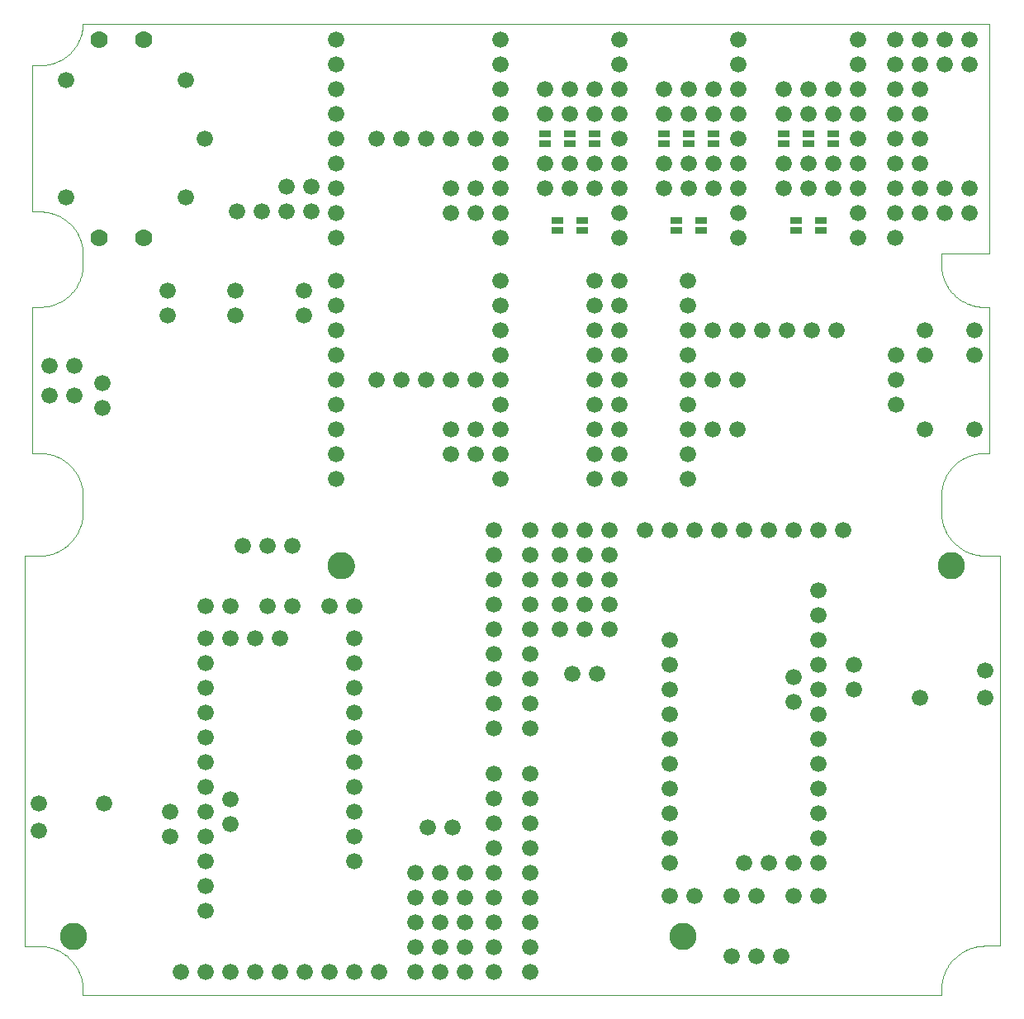
<source format=gbs>
G75*
%MOIN*%
%OFA0B0*%
%FSLAX25Y25*%
%IPPOS*%
%LPD*%
%AMOC8*
5,1,8,0,0,1.08239X$1,22.5*
%
%ADD10C,0.00000*%
%ADD11C,0.10236*%
%ADD12C,0.11024*%
%ADD13C,0.06600*%
%ADD14C,0.07000*%
%ADD15R,0.05000X0.02500*%
D10*
X0008491Y0022031D02*
X0008919Y0022026D01*
X0009347Y0022010D01*
X0009774Y0021984D01*
X0010201Y0021948D01*
X0010627Y0021902D01*
X0011051Y0021845D01*
X0011474Y0021778D01*
X0011895Y0021701D01*
X0012314Y0021614D01*
X0012731Y0021516D01*
X0013145Y0021409D01*
X0013557Y0021291D01*
X0013966Y0021164D01*
X0014371Y0021027D01*
X0014774Y0020880D01*
X0015172Y0020723D01*
X0015567Y0020557D01*
X0015957Y0020381D01*
X0016343Y0020196D01*
X0016725Y0020002D01*
X0017101Y0019798D01*
X0017473Y0019586D01*
X0017839Y0019364D01*
X0018200Y0019134D01*
X0018555Y0018895D01*
X0018905Y0018647D01*
X0019248Y0018392D01*
X0019585Y0018127D01*
X0019916Y0017855D01*
X0020240Y0017575D01*
X0020557Y0017288D01*
X0020867Y0016992D01*
X0021169Y0016690D01*
X0021465Y0016380D01*
X0021752Y0016063D01*
X0022032Y0015739D01*
X0022304Y0015408D01*
X0022569Y0015071D01*
X0022824Y0014728D01*
X0023072Y0014378D01*
X0023311Y0014023D01*
X0023541Y0013662D01*
X0023763Y0013296D01*
X0023975Y0012924D01*
X0024179Y0012548D01*
X0024373Y0012166D01*
X0024558Y0011780D01*
X0024734Y0011390D01*
X0024900Y0010995D01*
X0025057Y0010597D01*
X0025204Y0010194D01*
X0025341Y0009789D01*
X0025468Y0009380D01*
X0025586Y0008968D01*
X0025693Y0008554D01*
X0025791Y0008137D01*
X0025878Y0007718D01*
X0025955Y0007297D01*
X0026022Y0006874D01*
X0026079Y0006450D01*
X0026125Y0006024D01*
X0026161Y0005597D01*
X0026187Y0005170D01*
X0026203Y0004742D01*
X0026208Y0004314D01*
X0026208Y0002375D01*
X0197133Y0002375D01*
X0201739Y0002375D01*
X0372664Y0002375D01*
X0372664Y0004373D01*
X0372669Y0004801D01*
X0372685Y0005229D01*
X0372711Y0005656D01*
X0372747Y0006083D01*
X0372793Y0006509D01*
X0372850Y0006933D01*
X0372917Y0007356D01*
X0372994Y0007777D01*
X0373081Y0008196D01*
X0373179Y0008613D01*
X0373286Y0009027D01*
X0373404Y0009439D01*
X0373531Y0009848D01*
X0373668Y0010253D01*
X0373815Y0010656D01*
X0373972Y0011054D01*
X0374138Y0011449D01*
X0374314Y0011839D01*
X0374499Y0012225D01*
X0374693Y0012607D01*
X0374897Y0012983D01*
X0375109Y0013355D01*
X0375331Y0013721D01*
X0375561Y0014082D01*
X0375800Y0014437D01*
X0376048Y0014787D01*
X0376303Y0015130D01*
X0376568Y0015467D01*
X0376840Y0015798D01*
X0377120Y0016122D01*
X0377407Y0016439D01*
X0377703Y0016749D01*
X0378005Y0017051D01*
X0378315Y0017347D01*
X0378632Y0017634D01*
X0378956Y0017914D01*
X0379287Y0018186D01*
X0379624Y0018451D01*
X0379967Y0018706D01*
X0380317Y0018954D01*
X0380672Y0019193D01*
X0381033Y0019423D01*
X0381399Y0019645D01*
X0381771Y0019857D01*
X0382147Y0020061D01*
X0382529Y0020255D01*
X0382915Y0020440D01*
X0383305Y0020616D01*
X0383700Y0020782D01*
X0384098Y0020939D01*
X0384501Y0021086D01*
X0384906Y0021223D01*
X0385315Y0021350D01*
X0385727Y0021468D01*
X0386141Y0021575D01*
X0386558Y0021673D01*
X0386977Y0021760D01*
X0387398Y0021837D01*
X0387821Y0021904D01*
X0388245Y0021961D01*
X0388671Y0022007D01*
X0389098Y0022043D01*
X0389525Y0022069D01*
X0389953Y0022085D01*
X0390381Y0022090D01*
X0396286Y0022090D01*
X0396286Y0179570D01*
X0390381Y0179570D01*
X0371483Y0175633D02*
X0371485Y0175776D01*
X0371491Y0175919D01*
X0371501Y0176061D01*
X0371515Y0176203D01*
X0371533Y0176345D01*
X0371555Y0176487D01*
X0371580Y0176627D01*
X0371610Y0176767D01*
X0371644Y0176906D01*
X0371681Y0177044D01*
X0371723Y0177181D01*
X0371768Y0177316D01*
X0371817Y0177450D01*
X0371869Y0177583D01*
X0371925Y0177715D01*
X0371985Y0177844D01*
X0372049Y0177972D01*
X0372116Y0178099D01*
X0372187Y0178223D01*
X0372261Y0178345D01*
X0372338Y0178465D01*
X0372419Y0178583D01*
X0372503Y0178699D01*
X0372590Y0178812D01*
X0372680Y0178923D01*
X0372774Y0179031D01*
X0372870Y0179137D01*
X0372969Y0179239D01*
X0373072Y0179339D01*
X0373176Y0179436D01*
X0373284Y0179531D01*
X0373394Y0179622D01*
X0373507Y0179710D01*
X0373622Y0179794D01*
X0373739Y0179876D01*
X0373859Y0179954D01*
X0373980Y0180029D01*
X0374104Y0180101D01*
X0374230Y0180169D01*
X0374357Y0180233D01*
X0374487Y0180294D01*
X0374618Y0180351D01*
X0374750Y0180405D01*
X0374884Y0180454D01*
X0375019Y0180501D01*
X0375156Y0180543D01*
X0375294Y0180581D01*
X0375432Y0180616D01*
X0375572Y0180646D01*
X0375712Y0180673D01*
X0375853Y0180696D01*
X0375995Y0180715D01*
X0376137Y0180730D01*
X0376280Y0180741D01*
X0376422Y0180748D01*
X0376565Y0180751D01*
X0376708Y0180750D01*
X0376851Y0180745D01*
X0376994Y0180736D01*
X0377136Y0180723D01*
X0377278Y0180706D01*
X0377419Y0180685D01*
X0377560Y0180660D01*
X0377700Y0180632D01*
X0377839Y0180599D01*
X0377977Y0180562D01*
X0378114Y0180522D01*
X0378250Y0180478D01*
X0378385Y0180430D01*
X0378518Y0180378D01*
X0378650Y0180323D01*
X0378780Y0180264D01*
X0378909Y0180201D01*
X0379035Y0180135D01*
X0379160Y0180065D01*
X0379283Y0179992D01*
X0379403Y0179916D01*
X0379522Y0179836D01*
X0379638Y0179752D01*
X0379752Y0179666D01*
X0379863Y0179576D01*
X0379972Y0179484D01*
X0380078Y0179388D01*
X0380182Y0179290D01*
X0380283Y0179188D01*
X0380380Y0179084D01*
X0380475Y0178977D01*
X0380567Y0178868D01*
X0380656Y0178756D01*
X0380742Y0178641D01*
X0380824Y0178525D01*
X0380903Y0178405D01*
X0380979Y0178284D01*
X0381051Y0178161D01*
X0381120Y0178036D01*
X0381185Y0177909D01*
X0381247Y0177780D01*
X0381305Y0177649D01*
X0381360Y0177517D01*
X0381410Y0177383D01*
X0381457Y0177248D01*
X0381501Y0177112D01*
X0381540Y0176975D01*
X0381575Y0176836D01*
X0381607Y0176697D01*
X0381635Y0176557D01*
X0381659Y0176416D01*
X0381679Y0176274D01*
X0381695Y0176132D01*
X0381707Y0175990D01*
X0381715Y0175847D01*
X0381719Y0175704D01*
X0381719Y0175562D01*
X0381715Y0175419D01*
X0381707Y0175276D01*
X0381695Y0175134D01*
X0381679Y0174992D01*
X0381659Y0174850D01*
X0381635Y0174709D01*
X0381607Y0174569D01*
X0381575Y0174430D01*
X0381540Y0174291D01*
X0381501Y0174154D01*
X0381457Y0174018D01*
X0381410Y0173883D01*
X0381360Y0173749D01*
X0381305Y0173617D01*
X0381247Y0173486D01*
X0381185Y0173357D01*
X0381120Y0173230D01*
X0381051Y0173105D01*
X0380979Y0172982D01*
X0380903Y0172861D01*
X0380824Y0172741D01*
X0380742Y0172625D01*
X0380656Y0172510D01*
X0380567Y0172398D01*
X0380475Y0172289D01*
X0380380Y0172182D01*
X0380283Y0172078D01*
X0380182Y0171976D01*
X0380078Y0171878D01*
X0379972Y0171782D01*
X0379863Y0171690D01*
X0379752Y0171600D01*
X0379638Y0171514D01*
X0379522Y0171430D01*
X0379403Y0171350D01*
X0379283Y0171274D01*
X0379160Y0171201D01*
X0379035Y0171131D01*
X0378909Y0171065D01*
X0378780Y0171002D01*
X0378650Y0170943D01*
X0378518Y0170888D01*
X0378385Y0170836D01*
X0378250Y0170788D01*
X0378114Y0170744D01*
X0377977Y0170704D01*
X0377839Y0170667D01*
X0377700Y0170634D01*
X0377560Y0170606D01*
X0377419Y0170581D01*
X0377278Y0170560D01*
X0377136Y0170543D01*
X0376994Y0170530D01*
X0376851Y0170521D01*
X0376708Y0170516D01*
X0376565Y0170515D01*
X0376422Y0170518D01*
X0376280Y0170525D01*
X0376137Y0170536D01*
X0375995Y0170551D01*
X0375853Y0170570D01*
X0375712Y0170593D01*
X0375572Y0170620D01*
X0375432Y0170650D01*
X0375294Y0170685D01*
X0375156Y0170723D01*
X0375019Y0170765D01*
X0374884Y0170812D01*
X0374750Y0170861D01*
X0374618Y0170915D01*
X0374487Y0170972D01*
X0374357Y0171033D01*
X0374230Y0171097D01*
X0374104Y0171165D01*
X0373980Y0171237D01*
X0373859Y0171312D01*
X0373739Y0171390D01*
X0373622Y0171472D01*
X0373507Y0171556D01*
X0373394Y0171644D01*
X0373284Y0171735D01*
X0373176Y0171830D01*
X0373072Y0171927D01*
X0372969Y0172027D01*
X0372870Y0172129D01*
X0372774Y0172235D01*
X0372680Y0172343D01*
X0372590Y0172454D01*
X0372503Y0172567D01*
X0372419Y0172683D01*
X0372338Y0172801D01*
X0372261Y0172921D01*
X0372187Y0173043D01*
X0372116Y0173167D01*
X0372049Y0173294D01*
X0371985Y0173422D01*
X0371925Y0173551D01*
X0371869Y0173683D01*
X0371817Y0173816D01*
X0371768Y0173950D01*
X0371723Y0174085D01*
X0371681Y0174222D01*
X0371644Y0174360D01*
X0371610Y0174499D01*
X0371580Y0174639D01*
X0371555Y0174779D01*
X0371533Y0174921D01*
X0371515Y0175063D01*
X0371501Y0175205D01*
X0371491Y0175347D01*
X0371485Y0175490D01*
X0371483Y0175633D01*
X0372664Y0197286D02*
X0372664Y0199225D01*
X0372664Y0204225D01*
X0372665Y0204225D02*
X0372682Y0204641D01*
X0372709Y0205056D01*
X0372747Y0205470D01*
X0372794Y0205884D01*
X0372851Y0206296D01*
X0372919Y0206706D01*
X0372996Y0207115D01*
X0373083Y0207522D01*
X0373180Y0207927D01*
X0373286Y0208329D01*
X0373402Y0208728D01*
X0373528Y0209125D01*
X0373664Y0209518D01*
X0373809Y0209908D01*
X0373963Y0210294D01*
X0374127Y0210677D01*
X0374299Y0211055D01*
X0374481Y0211430D01*
X0374672Y0211799D01*
X0374872Y0212164D01*
X0375080Y0212524D01*
X0375297Y0212879D01*
X0375523Y0213229D01*
X0375757Y0213573D01*
X0375999Y0213911D01*
X0376250Y0214243D01*
X0376508Y0214569D01*
X0376774Y0214889D01*
X0377048Y0215202D01*
X0377329Y0215509D01*
X0377618Y0215808D01*
X0377914Y0216101D01*
X0378216Y0216386D01*
X0378526Y0216664D01*
X0378842Y0216935D01*
X0379165Y0217197D01*
X0379494Y0217452D01*
X0379828Y0217699D01*
X0380169Y0217938D01*
X0380516Y0218168D01*
X0380868Y0218390D01*
X0381225Y0218603D01*
X0381587Y0218808D01*
X0381954Y0219004D01*
X0382326Y0219191D01*
X0382702Y0219368D01*
X0383082Y0219537D01*
X0383466Y0219697D01*
X0383854Y0219847D01*
X0384246Y0219987D01*
X0384641Y0220119D01*
X0385039Y0220240D01*
X0385439Y0220352D01*
X0385843Y0220455D01*
X0386248Y0220547D01*
X0386656Y0220630D01*
X0387066Y0220703D01*
X0387477Y0220765D01*
X0387889Y0220818D01*
X0388303Y0220861D01*
X0388718Y0220894D01*
X0389133Y0220917D01*
X0389549Y0220930D01*
X0389965Y0220933D01*
X0390381Y0220925D01*
X0390381Y0220926D02*
X0392118Y0220926D01*
X0392118Y0280006D01*
X0390381Y0280006D01*
X0390380Y0280006D02*
X0389964Y0279999D01*
X0389548Y0280002D01*
X0389132Y0280015D01*
X0388716Y0280038D01*
X0388301Y0280072D01*
X0387887Y0280115D01*
X0387475Y0280168D01*
X0387063Y0280231D01*
X0386653Y0280304D01*
X0386246Y0280387D01*
X0385840Y0280480D01*
X0385436Y0280583D01*
X0385035Y0280695D01*
X0384638Y0280817D01*
X0384243Y0280948D01*
X0383851Y0281089D01*
X0383463Y0281240D01*
X0383078Y0281400D01*
X0382698Y0281569D01*
X0382322Y0281747D01*
X0381950Y0281934D01*
X0381583Y0282130D01*
X0381221Y0282335D01*
X0380863Y0282549D01*
X0380511Y0282771D01*
X0380165Y0283002D01*
X0379824Y0283240D01*
X0379489Y0283488D01*
X0379160Y0283743D01*
X0378838Y0284006D01*
X0378521Y0284276D01*
X0378212Y0284555D01*
X0377909Y0284840D01*
X0377613Y0285133D01*
X0377325Y0285433D01*
X0377044Y0285740D01*
X0376770Y0286054D01*
X0376504Y0286374D01*
X0376246Y0286700D01*
X0375995Y0287033D01*
X0375753Y0287371D01*
X0375519Y0287716D01*
X0375293Y0288066D01*
X0375076Y0288421D01*
X0374868Y0288781D01*
X0374668Y0289146D01*
X0374478Y0289516D01*
X0374296Y0289891D01*
X0374123Y0290270D01*
X0373960Y0290652D01*
X0373806Y0291039D01*
X0373661Y0291429D01*
X0373526Y0291823D01*
X0373400Y0292220D01*
X0373284Y0292620D01*
X0373177Y0293022D01*
X0373081Y0293427D01*
X0372994Y0293834D01*
X0372917Y0294243D01*
X0372850Y0294654D01*
X0372793Y0295066D01*
X0372746Y0295480D01*
X0372708Y0295894D01*
X0372681Y0296310D01*
X0372664Y0296726D01*
X0372664Y0296725D02*
X0372664Y0301725D01*
X0392118Y0301725D01*
X0392118Y0394225D01*
X0348993Y0394225D01*
X0343993Y0394225D01*
X0300868Y0394225D01*
X0295868Y0394225D01*
X0252743Y0394225D01*
X0247743Y0394225D01*
X0204618Y0394225D01*
X0203993Y0394225D01*
X0199618Y0394225D01*
X0138368Y0394225D01*
X0133368Y0394225D01*
X0026208Y0394225D01*
X0026207Y0394226D02*
X0026190Y0393810D01*
X0026163Y0393395D01*
X0026125Y0392981D01*
X0026078Y0392567D01*
X0026021Y0392155D01*
X0025953Y0391745D01*
X0025876Y0391336D01*
X0025789Y0390929D01*
X0025692Y0390524D01*
X0025586Y0390122D01*
X0025470Y0389723D01*
X0025344Y0389326D01*
X0025208Y0388933D01*
X0025063Y0388543D01*
X0024909Y0388157D01*
X0024745Y0387774D01*
X0024573Y0387396D01*
X0024391Y0387021D01*
X0024200Y0386652D01*
X0024000Y0386287D01*
X0023792Y0385927D01*
X0023575Y0385572D01*
X0023349Y0385222D01*
X0023115Y0384878D01*
X0022873Y0384540D01*
X0022622Y0384208D01*
X0022364Y0383882D01*
X0022098Y0383562D01*
X0021824Y0383249D01*
X0021543Y0382942D01*
X0021254Y0382643D01*
X0020958Y0382350D01*
X0020656Y0382065D01*
X0020346Y0381787D01*
X0020030Y0381516D01*
X0019707Y0381254D01*
X0019378Y0380999D01*
X0019044Y0380752D01*
X0018703Y0380513D01*
X0018356Y0380283D01*
X0018004Y0380061D01*
X0017647Y0379848D01*
X0017285Y0379643D01*
X0016918Y0379447D01*
X0016546Y0379260D01*
X0016170Y0379083D01*
X0015790Y0378914D01*
X0015406Y0378754D01*
X0015018Y0378604D01*
X0014626Y0378464D01*
X0014231Y0378332D01*
X0013833Y0378211D01*
X0013433Y0378099D01*
X0013029Y0377996D01*
X0012624Y0377904D01*
X0012216Y0377821D01*
X0011806Y0377748D01*
X0011395Y0377686D01*
X0010983Y0377633D01*
X0010569Y0377590D01*
X0010154Y0377557D01*
X0009739Y0377534D01*
X0009323Y0377521D01*
X0008907Y0377518D01*
X0008491Y0377526D01*
X0008491Y0377525D02*
X0005868Y0377525D01*
X0005868Y0318445D01*
X0008491Y0318445D01*
X0008492Y0318445D02*
X0008914Y0318452D01*
X0009337Y0318449D01*
X0009759Y0318435D01*
X0010182Y0318411D01*
X0010603Y0318376D01*
X0011023Y0318332D01*
X0011442Y0318277D01*
X0011860Y0318211D01*
X0012276Y0318136D01*
X0012690Y0318050D01*
X0013102Y0317954D01*
X0013511Y0317848D01*
X0013918Y0317732D01*
X0014321Y0317606D01*
X0014722Y0317470D01*
X0015118Y0317325D01*
X0015512Y0317170D01*
X0015901Y0317005D01*
X0016286Y0316830D01*
X0016667Y0316647D01*
X0017043Y0316454D01*
X0017414Y0316251D01*
X0017780Y0316040D01*
X0018141Y0315820D01*
X0018497Y0315591D01*
X0018846Y0315353D01*
X0019190Y0315107D01*
X0019528Y0314853D01*
X0019859Y0314590D01*
X0020183Y0314319D01*
X0020501Y0314041D01*
X0020812Y0313754D01*
X0021116Y0313460D01*
X0021413Y0313159D01*
X0021702Y0312851D01*
X0021983Y0312535D01*
X0022257Y0312213D01*
X0022523Y0311884D01*
X0022780Y0311549D01*
X0023029Y0311207D01*
X0023270Y0310860D01*
X0023502Y0310506D01*
X0023725Y0310147D01*
X0023940Y0309783D01*
X0024145Y0309414D01*
X0024342Y0309039D01*
X0024529Y0308660D01*
X0024706Y0308276D01*
X0024875Y0307889D01*
X0025033Y0307497D01*
X0025182Y0307101D01*
X0025322Y0306702D01*
X0025451Y0306300D01*
X0025571Y0305894D01*
X0025680Y0305486D01*
X0025780Y0305075D01*
X0025869Y0304662D01*
X0025948Y0304246D01*
X0026017Y0303829D01*
X0026076Y0303411D01*
X0026124Y0302991D01*
X0026163Y0302570D01*
X0026190Y0302148D01*
X0026208Y0301725D01*
X0026208Y0296725D01*
X0026207Y0296726D02*
X0026190Y0296310D01*
X0026163Y0295895D01*
X0026125Y0295481D01*
X0026078Y0295067D01*
X0026021Y0294655D01*
X0025953Y0294245D01*
X0025876Y0293836D01*
X0025789Y0293429D01*
X0025692Y0293024D01*
X0025586Y0292622D01*
X0025470Y0292223D01*
X0025344Y0291826D01*
X0025208Y0291433D01*
X0025063Y0291043D01*
X0024909Y0290657D01*
X0024745Y0290274D01*
X0024573Y0289896D01*
X0024391Y0289521D01*
X0024200Y0289152D01*
X0024000Y0288787D01*
X0023792Y0288427D01*
X0023575Y0288072D01*
X0023349Y0287722D01*
X0023115Y0287378D01*
X0022873Y0287040D01*
X0022622Y0286708D01*
X0022364Y0286382D01*
X0022098Y0286062D01*
X0021824Y0285749D01*
X0021543Y0285442D01*
X0021254Y0285143D01*
X0020958Y0284850D01*
X0020656Y0284565D01*
X0020346Y0284287D01*
X0020030Y0284016D01*
X0019707Y0283754D01*
X0019378Y0283499D01*
X0019044Y0283252D01*
X0018703Y0283013D01*
X0018356Y0282783D01*
X0018004Y0282561D01*
X0017647Y0282348D01*
X0017285Y0282143D01*
X0016918Y0281947D01*
X0016546Y0281760D01*
X0016170Y0281583D01*
X0015790Y0281414D01*
X0015406Y0281254D01*
X0015018Y0281104D01*
X0014626Y0280964D01*
X0014231Y0280832D01*
X0013833Y0280711D01*
X0013433Y0280599D01*
X0013029Y0280496D01*
X0012624Y0280404D01*
X0012216Y0280321D01*
X0011806Y0280248D01*
X0011395Y0280186D01*
X0010983Y0280133D01*
X0010569Y0280090D01*
X0010154Y0280057D01*
X0009739Y0280034D01*
X0009323Y0280021D01*
X0008907Y0280018D01*
X0008491Y0280026D01*
X0008491Y0280025D02*
X0005868Y0280025D01*
X0005868Y0220945D01*
X0008491Y0220945D01*
X0026208Y0204225D02*
X0026208Y0199225D01*
X0026208Y0197227D01*
X0026203Y0196799D01*
X0026187Y0196371D01*
X0026161Y0195944D01*
X0026125Y0195517D01*
X0026079Y0195091D01*
X0026022Y0194667D01*
X0025955Y0194244D01*
X0025878Y0193823D01*
X0025791Y0193404D01*
X0025693Y0192987D01*
X0025586Y0192573D01*
X0025468Y0192161D01*
X0025341Y0191752D01*
X0025204Y0191347D01*
X0025057Y0190944D01*
X0024900Y0190546D01*
X0024734Y0190151D01*
X0024558Y0189761D01*
X0024373Y0189375D01*
X0024179Y0188993D01*
X0023975Y0188617D01*
X0023763Y0188245D01*
X0023541Y0187879D01*
X0023311Y0187518D01*
X0023072Y0187163D01*
X0022824Y0186813D01*
X0022569Y0186470D01*
X0022304Y0186133D01*
X0022032Y0185802D01*
X0021752Y0185478D01*
X0021465Y0185161D01*
X0021169Y0184851D01*
X0020867Y0184549D01*
X0020557Y0184253D01*
X0020240Y0183966D01*
X0019916Y0183686D01*
X0019585Y0183414D01*
X0019248Y0183149D01*
X0018905Y0182894D01*
X0018555Y0182646D01*
X0018200Y0182407D01*
X0017839Y0182177D01*
X0017473Y0181955D01*
X0017101Y0181743D01*
X0016725Y0181539D01*
X0016343Y0181345D01*
X0015957Y0181160D01*
X0015567Y0180984D01*
X0015172Y0180818D01*
X0014774Y0180661D01*
X0014371Y0180514D01*
X0013966Y0180377D01*
X0013557Y0180250D01*
X0013145Y0180132D01*
X0012731Y0180025D01*
X0012314Y0179927D01*
X0011895Y0179840D01*
X0011474Y0179763D01*
X0011051Y0179696D01*
X0010627Y0179639D01*
X0010201Y0179593D01*
X0009774Y0179557D01*
X0009347Y0179531D01*
X0008919Y0179515D01*
X0008491Y0179510D01*
X0008491Y0179511D02*
X0002586Y0179511D01*
X0002586Y0022031D01*
X0008491Y0022031D01*
X0017153Y0025968D02*
X0017155Y0026111D01*
X0017161Y0026254D01*
X0017171Y0026396D01*
X0017185Y0026538D01*
X0017203Y0026680D01*
X0017225Y0026822D01*
X0017250Y0026962D01*
X0017280Y0027102D01*
X0017314Y0027241D01*
X0017351Y0027379D01*
X0017393Y0027516D01*
X0017438Y0027651D01*
X0017487Y0027785D01*
X0017539Y0027918D01*
X0017595Y0028050D01*
X0017655Y0028179D01*
X0017719Y0028307D01*
X0017786Y0028434D01*
X0017857Y0028558D01*
X0017931Y0028680D01*
X0018008Y0028800D01*
X0018089Y0028918D01*
X0018173Y0029034D01*
X0018260Y0029147D01*
X0018350Y0029258D01*
X0018444Y0029366D01*
X0018540Y0029472D01*
X0018639Y0029574D01*
X0018742Y0029674D01*
X0018846Y0029771D01*
X0018954Y0029866D01*
X0019064Y0029957D01*
X0019177Y0030045D01*
X0019292Y0030129D01*
X0019409Y0030211D01*
X0019529Y0030289D01*
X0019650Y0030364D01*
X0019774Y0030436D01*
X0019900Y0030504D01*
X0020027Y0030568D01*
X0020157Y0030629D01*
X0020288Y0030686D01*
X0020420Y0030740D01*
X0020554Y0030789D01*
X0020689Y0030836D01*
X0020826Y0030878D01*
X0020964Y0030916D01*
X0021102Y0030951D01*
X0021242Y0030981D01*
X0021382Y0031008D01*
X0021523Y0031031D01*
X0021665Y0031050D01*
X0021807Y0031065D01*
X0021950Y0031076D01*
X0022092Y0031083D01*
X0022235Y0031086D01*
X0022378Y0031085D01*
X0022521Y0031080D01*
X0022664Y0031071D01*
X0022806Y0031058D01*
X0022948Y0031041D01*
X0023089Y0031020D01*
X0023230Y0030995D01*
X0023370Y0030967D01*
X0023509Y0030934D01*
X0023647Y0030897D01*
X0023784Y0030857D01*
X0023920Y0030813D01*
X0024055Y0030765D01*
X0024188Y0030713D01*
X0024320Y0030658D01*
X0024450Y0030599D01*
X0024579Y0030536D01*
X0024705Y0030470D01*
X0024830Y0030400D01*
X0024953Y0030327D01*
X0025073Y0030251D01*
X0025192Y0030171D01*
X0025308Y0030087D01*
X0025422Y0030001D01*
X0025533Y0029911D01*
X0025642Y0029819D01*
X0025748Y0029723D01*
X0025852Y0029625D01*
X0025953Y0029523D01*
X0026050Y0029419D01*
X0026145Y0029312D01*
X0026237Y0029203D01*
X0026326Y0029091D01*
X0026412Y0028976D01*
X0026494Y0028860D01*
X0026573Y0028740D01*
X0026649Y0028619D01*
X0026721Y0028496D01*
X0026790Y0028371D01*
X0026855Y0028244D01*
X0026917Y0028115D01*
X0026975Y0027984D01*
X0027030Y0027852D01*
X0027080Y0027718D01*
X0027127Y0027583D01*
X0027171Y0027447D01*
X0027210Y0027310D01*
X0027245Y0027171D01*
X0027277Y0027032D01*
X0027305Y0026892D01*
X0027329Y0026751D01*
X0027349Y0026609D01*
X0027365Y0026467D01*
X0027377Y0026325D01*
X0027385Y0026182D01*
X0027389Y0026039D01*
X0027389Y0025897D01*
X0027385Y0025754D01*
X0027377Y0025611D01*
X0027365Y0025469D01*
X0027349Y0025327D01*
X0027329Y0025185D01*
X0027305Y0025044D01*
X0027277Y0024904D01*
X0027245Y0024765D01*
X0027210Y0024626D01*
X0027171Y0024489D01*
X0027127Y0024353D01*
X0027080Y0024218D01*
X0027030Y0024084D01*
X0026975Y0023952D01*
X0026917Y0023821D01*
X0026855Y0023692D01*
X0026790Y0023565D01*
X0026721Y0023440D01*
X0026649Y0023317D01*
X0026573Y0023196D01*
X0026494Y0023076D01*
X0026412Y0022960D01*
X0026326Y0022845D01*
X0026237Y0022733D01*
X0026145Y0022624D01*
X0026050Y0022517D01*
X0025953Y0022413D01*
X0025852Y0022311D01*
X0025748Y0022213D01*
X0025642Y0022117D01*
X0025533Y0022025D01*
X0025422Y0021935D01*
X0025308Y0021849D01*
X0025192Y0021765D01*
X0025073Y0021685D01*
X0024953Y0021609D01*
X0024830Y0021536D01*
X0024705Y0021466D01*
X0024579Y0021400D01*
X0024450Y0021337D01*
X0024320Y0021278D01*
X0024188Y0021223D01*
X0024055Y0021171D01*
X0023920Y0021123D01*
X0023784Y0021079D01*
X0023647Y0021039D01*
X0023509Y0021002D01*
X0023370Y0020969D01*
X0023230Y0020941D01*
X0023089Y0020916D01*
X0022948Y0020895D01*
X0022806Y0020878D01*
X0022664Y0020865D01*
X0022521Y0020856D01*
X0022378Y0020851D01*
X0022235Y0020850D01*
X0022092Y0020853D01*
X0021950Y0020860D01*
X0021807Y0020871D01*
X0021665Y0020886D01*
X0021523Y0020905D01*
X0021382Y0020928D01*
X0021242Y0020955D01*
X0021102Y0020985D01*
X0020964Y0021020D01*
X0020826Y0021058D01*
X0020689Y0021100D01*
X0020554Y0021147D01*
X0020420Y0021196D01*
X0020288Y0021250D01*
X0020157Y0021307D01*
X0020027Y0021368D01*
X0019900Y0021432D01*
X0019774Y0021500D01*
X0019650Y0021572D01*
X0019529Y0021647D01*
X0019409Y0021725D01*
X0019292Y0021807D01*
X0019177Y0021891D01*
X0019064Y0021979D01*
X0018954Y0022070D01*
X0018846Y0022165D01*
X0018742Y0022262D01*
X0018639Y0022362D01*
X0018540Y0022464D01*
X0018444Y0022570D01*
X0018350Y0022678D01*
X0018260Y0022789D01*
X0018173Y0022902D01*
X0018089Y0023018D01*
X0018008Y0023136D01*
X0017931Y0023256D01*
X0017857Y0023378D01*
X0017786Y0023502D01*
X0017719Y0023629D01*
X0017655Y0023757D01*
X0017595Y0023886D01*
X0017539Y0024018D01*
X0017487Y0024151D01*
X0017438Y0024285D01*
X0017393Y0024420D01*
X0017351Y0024557D01*
X0017314Y0024695D01*
X0017280Y0024834D01*
X0017250Y0024974D01*
X0017225Y0025114D01*
X0017203Y0025256D01*
X0017185Y0025398D01*
X0017171Y0025540D01*
X0017161Y0025682D01*
X0017155Y0025825D01*
X0017153Y0025968D01*
X0125420Y0175574D02*
X0125422Y0175717D01*
X0125428Y0175860D01*
X0125438Y0176002D01*
X0125452Y0176144D01*
X0125470Y0176286D01*
X0125492Y0176428D01*
X0125517Y0176568D01*
X0125547Y0176708D01*
X0125581Y0176847D01*
X0125618Y0176985D01*
X0125660Y0177122D01*
X0125705Y0177257D01*
X0125754Y0177391D01*
X0125806Y0177524D01*
X0125862Y0177656D01*
X0125922Y0177785D01*
X0125986Y0177913D01*
X0126053Y0178040D01*
X0126124Y0178164D01*
X0126198Y0178286D01*
X0126275Y0178406D01*
X0126356Y0178524D01*
X0126440Y0178640D01*
X0126527Y0178753D01*
X0126617Y0178864D01*
X0126711Y0178972D01*
X0126807Y0179078D01*
X0126906Y0179180D01*
X0127009Y0179280D01*
X0127113Y0179377D01*
X0127221Y0179472D01*
X0127331Y0179563D01*
X0127444Y0179651D01*
X0127559Y0179735D01*
X0127676Y0179817D01*
X0127796Y0179895D01*
X0127917Y0179970D01*
X0128041Y0180042D01*
X0128167Y0180110D01*
X0128294Y0180174D01*
X0128424Y0180235D01*
X0128555Y0180292D01*
X0128687Y0180346D01*
X0128821Y0180395D01*
X0128956Y0180442D01*
X0129093Y0180484D01*
X0129231Y0180522D01*
X0129369Y0180557D01*
X0129509Y0180587D01*
X0129649Y0180614D01*
X0129790Y0180637D01*
X0129932Y0180656D01*
X0130074Y0180671D01*
X0130217Y0180682D01*
X0130359Y0180689D01*
X0130502Y0180692D01*
X0130645Y0180691D01*
X0130788Y0180686D01*
X0130931Y0180677D01*
X0131073Y0180664D01*
X0131215Y0180647D01*
X0131356Y0180626D01*
X0131497Y0180601D01*
X0131637Y0180573D01*
X0131776Y0180540D01*
X0131914Y0180503D01*
X0132051Y0180463D01*
X0132187Y0180419D01*
X0132322Y0180371D01*
X0132455Y0180319D01*
X0132587Y0180264D01*
X0132717Y0180205D01*
X0132846Y0180142D01*
X0132972Y0180076D01*
X0133097Y0180006D01*
X0133220Y0179933D01*
X0133340Y0179857D01*
X0133459Y0179777D01*
X0133575Y0179693D01*
X0133689Y0179607D01*
X0133800Y0179517D01*
X0133909Y0179425D01*
X0134015Y0179329D01*
X0134119Y0179231D01*
X0134220Y0179129D01*
X0134317Y0179025D01*
X0134412Y0178918D01*
X0134504Y0178809D01*
X0134593Y0178697D01*
X0134679Y0178582D01*
X0134761Y0178466D01*
X0134840Y0178346D01*
X0134916Y0178225D01*
X0134988Y0178102D01*
X0135057Y0177977D01*
X0135122Y0177850D01*
X0135184Y0177721D01*
X0135242Y0177590D01*
X0135297Y0177458D01*
X0135347Y0177324D01*
X0135394Y0177189D01*
X0135438Y0177053D01*
X0135477Y0176916D01*
X0135512Y0176777D01*
X0135544Y0176638D01*
X0135572Y0176498D01*
X0135596Y0176357D01*
X0135616Y0176215D01*
X0135632Y0176073D01*
X0135644Y0175931D01*
X0135652Y0175788D01*
X0135656Y0175645D01*
X0135656Y0175503D01*
X0135652Y0175360D01*
X0135644Y0175217D01*
X0135632Y0175075D01*
X0135616Y0174933D01*
X0135596Y0174791D01*
X0135572Y0174650D01*
X0135544Y0174510D01*
X0135512Y0174371D01*
X0135477Y0174232D01*
X0135438Y0174095D01*
X0135394Y0173959D01*
X0135347Y0173824D01*
X0135297Y0173690D01*
X0135242Y0173558D01*
X0135184Y0173427D01*
X0135122Y0173298D01*
X0135057Y0173171D01*
X0134988Y0173046D01*
X0134916Y0172923D01*
X0134840Y0172802D01*
X0134761Y0172682D01*
X0134679Y0172566D01*
X0134593Y0172451D01*
X0134504Y0172339D01*
X0134412Y0172230D01*
X0134317Y0172123D01*
X0134220Y0172019D01*
X0134119Y0171917D01*
X0134015Y0171819D01*
X0133909Y0171723D01*
X0133800Y0171631D01*
X0133689Y0171541D01*
X0133575Y0171455D01*
X0133459Y0171371D01*
X0133340Y0171291D01*
X0133220Y0171215D01*
X0133097Y0171142D01*
X0132972Y0171072D01*
X0132846Y0171006D01*
X0132717Y0170943D01*
X0132587Y0170884D01*
X0132455Y0170829D01*
X0132322Y0170777D01*
X0132187Y0170729D01*
X0132051Y0170685D01*
X0131914Y0170645D01*
X0131776Y0170608D01*
X0131637Y0170575D01*
X0131497Y0170547D01*
X0131356Y0170522D01*
X0131215Y0170501D01*
X0131073Y0170484D01*
X0130931Y0170471D01*
X0130788Y0170462D01*
X0130645Y0170457D01*
X0130502Y0170456D01*
X0130359Y0170459D01*
X0130217Y0170466D01*
X0130074Y0170477D01*
X0129932Y0170492D01*
X0129790Y0170511D01*
X0129649Y0170534D01*
X0129509Y0170561D01*
X0129369Y0170591D01*
X0129231Y0170626D01*
X0129093Y0170664D01*
X0128956Y0170706D01*
X0128821Y0170753D01*
X0128687Y0170802D01*
X0128555Y0170856D01*
X0128424Y0170913D01*
X0128294Y0170974D01*
X0128167Y0171038D01*
X0128041Y0171106D01*
X0127917Y0171178D01*
X0127796Y0171253D01*
X0127676Y0171331D01*
X0127559Y0171413D01*
X0127444Y0171497D01*
X0127331Y0171585D01*
X0127221Y0171676D01*
X0127113Y0171771D01*
X0127009Y0171868D01*
X0126906Y0171968D01*
X0126807Y0172070D01*
X0126711Y0172176D01*
X0126617Y0172284D01*
X0126527Y0172395D01*
X0126440Y0172508D01*
X0126356Y0172624D01*
X0126275Y0172742D01*
X0126198Y0172862D01*
X0126124Y0172984D01*
X0126053Y0173108D01*
X0125986Y0173235D01*
X0125922Y0173363D01*
X0125862Y0173492D01*
X0125806Y0173624D01*
X0125754Y0173757D01*
X0125705Y0173891D01*
X0125660Y0174026D01*
X0125618Y0174163D01*
X0125581Y0174301D01*
X0125547Y0174440D01*
X0125517Y0174580D01*
X0125492Y0174720D01*
X0125470Y0174862D01*
X0125452Y0175004D01*
X0125438Y0175146D01*
X0125428Y0175288D01*
X0125422Y0175431D01*
X0125420Y0175574D01*
X0026208Y0204225D02*
X0026190Y0204648D01*
X0026163Y0205070D01*
X0026124Y0205491D01*
X0026076Y0205911D01*
X0026017Y0206329D01*
X0025948Y0206746D01*
X0025869Y0207162D01*
X0025780Y0207575D01*
X0025680Y0207986D01*
X0025571Y0208394D01*
X0025451Y0208800D01*
X0025322Y0209202D01*
X0025182Y0209601D01*
X0025033Y0209997D01*
X0024875Y0210389D01*
X0024706Y0210776D01*
X0024529Y0211160D01*
X0024342Y0211539D01*
X0024145Y0211914D01*
X0023940Y0212283D01*
X0023725Y0212647D01*
X0023502Y0213006D01*
X0023270Y0213360D01*
X0023029Y0213707D01*
X0022780Y0214049D01*
X0022523Y0214384D01*
X0022257Y0214713D01*
X0021983Y0215035D01*
X0021702Y0215351D01*
X0021413Y0215659D01*
X0021116Y0215960D01*
X0020812Y0216254D01*
X0020501Y0216541D01*
X0020183Y0216819D01*
X0019859Y0217090D01*
X0019528Y0217353D01*
X0019190Y0217607D01*
X0018846Y0217853D01*
X0018497Y0218091D01*
X0018141Y0218320D01*
X0017780Y0218540D01*
X0017414Y0218751D01*
X0017043Y0218954D01*
X0016667Y0219147D01*
X0016286Y0219330D01*
X0015901Y0219505D01*
X0015512Y0219670D01*
X0015118Y0219825D01*
X0014722Y0219970D01*
X0014321Y0220106D01*
X0013918Y0220232D01*
X0013511Y0220348D01*
X0013102Y0220454D01*
X0012690Y0220550D01*
X0012276Y0220636D01*
X0011860Y0220711D01*
X0011442Y0220777D01*
X0011023Y0220832D01*
X0010603Y0220876D01*
X0010182Y0220911D01*
X0009759Y0220935D01*
X0009337Y0220949D01*
X0008914Y0220952D01*
X0008492Y0220945D01*
X0263216Y0026027D02*
X0263218Y0026170D01*
X0263224Y0026313D01*
X0263234Y0026455D01*
X0263248Y0026597D01*
X0263266Y0026739D01*
X0263288Y0026881D01*
X0263313Y0027021D01*
X0263343Y0027161D01*
X0263377Y0027300D01*
X0263414Y0027438D01*
X0263456Y0027575D01*
X0263501Y0027710D01*
X0263550Y0027844D01*
X0263602Y0027977D01*
X0263658Y0028109D01*
X0263718Y0028238D01*
X0263782Y0028366D01*
X0263849Y0028493D01*
X0263920Y0028617D01*
X0263994Y0028739D01*
X0264071Y0028859D01*
X0264152Y0028977D01*
X0264236Y0029093D01*
X0264323Y0029206D01*
X0264413Y0029317D01*
X0264507Y0029425D01*
X0264603Y0029531D01*
X0264702Y0029633D01*
X0264805Y0029733D01*
X0264909Y0029830D01*
X0265017Y0029925D01*
X0265127Y0030016D01*
X0265240Y0030104D01*
X0265355Y0030188D01*
X0265472Y0030270D01*
X0265592Y0030348D01*
X0265713Y0030423D01*
X0265837Y0030495D01*
X0265963Y0030563D01*
X0266090Y0030627D01*
X0266220Y0030688D01*
X0266351Y0030745D01*
X0266483Y0030799D01*
X0266617Y0030848D01*
X0266752Y0030895D01*
X0266889Y0030937D01*
X0267027Y0030975D01*
X0267165Y0031010D01*
X0267305Y0031040D01*
X0267445Y0031067D01*
X0267586Y0031090D01*
X0267728Y0031109D01*
X0267870Y0031124D01*
X0268013Y0031135D01*
X0268155Y0031142D01*
X0268298Y0031145D01*
X0268441Y0031144D01*
X0268584Y0031139D01*
X0268727Y0031130D01*
X0268869Y0031117D01*
X0269011Y0031100D01*
X0269152Y0031079D01*
X0269293Y0031054D01*
X0269433Y0031026D01*
X0269572Y0030993D01*
X0269710Y0030956D01*
X0269847Y0030916D01*
X0269983Y0030872D01*
X0270118Y0030824D01*
X0270251Y0030772D01*
X0270383Y0030717D01*
X0270513Y0030658D01*
X0270642Y0030595D01*
X0270768Y0030529D01*
X0270893Y0030459D01*
X0271016Y0030386D01*
X0271136Y0030310D01*
X0271255Y0030230D01*
X0271371Y0030146D01*
X0271485Y0030060D01*
X0271596Y0029970D01*
X0271705Y0029878D01*
X0271811Y0029782D01*
X0271915Y0029684D01*
X0272016Y0029582D01*
X0272113Y0029478D01*
X0272208Y0029371D01*
X0272300Y0029262D01*
X0272389Y0029150D01*
X0272475Y0029035D01*
X0272557Y0028919D01*
X0272636Y0028799D01*
X0272712Y0028678D01*
X0272784Y0028555D01*
X0272853Y0028430D01*
X0272918Y0028303D01*
X0272980Y0028174D01*
X0273038Y0028043D01*
X0273093Y0027911D01*
X0273143Y0027777D01*
X0273190Y0027642D01*
X0273234Y0027506D01*
X0273273Y0027369D01*
X0273308Y0027230D01*
X0273340Y0027091D01*
X0273368Y0026951D01*
X0273392Y0026810D01*
X0273412Y0026668D01*
X0273428Y0026526D01*
X0273440Y0026384D01*
X0273448Y0026241D01*
X0273452Y0026098D01*
X0273452Y0025956D01*
X0273448Y0025813D01*
X0273440Y0025670D01*
X0273428Y0025528D01*
X0273412Y0025386D01*
X0273392Y0025244D01*
X0273368Y0025103D01*
X0273340Y0024963D01*
X0273308Y0024824D01*
X0273273Y0024685D01*
X0273234Y0024548D01*
X0273190Y0024412D01*
X0273143Y0024277D01*
X0273093Y0024143D01*
X0273038Y0024011D01*
X0272980Y0023880D01*
X0272918Y0023751D01*
X0272853Y0023624D01*
X0272784Y0023499D01*
X0272712Y0023376D01*
X0272636Y0023255D01*
X0272557Y0023135D01*
X0272475Y0023019D01*
X0272389Y0022904D01*
X0272300Y0022792D01*
X0272208Y0022683D01*
X0272113Y0022576D01*
X0272016Y0022472D01*
X0271915Y0022370D01*
X0271811Y0022272D01*
X0271705Y0022176D01*
X0271596Y0022084D01*
X0271485Y0021994D01*
X0271371Y0021908D01*
X0271255Y0021824D01*
X0271136Y0021744D01*
X0271016Y0021668D01*
X0270893Y0021595D01*
X0270768Y0021525D01*
X0270642Y0021459D01*
X0270513Y0021396D01*
X0270383Y0021337D01*
X0270251Y0021282D01*
X0270118Y0021230D01*
X0269983Y0021182D01*
X0269847Y0021138D01*
X0269710Y0021098D01*
X0269572Y0021061D01*
X0269433Y0021028D01*
X0269293Y0021000D01*
X0269152Y0020975D01*
X0269011Y0020954D01*
X0268869Y0020937D01*
X0268727Y0020924D01*
X0268584Y0020915D01*
X0268441Y0020910D01*
X0268298Y0020909D01*
X0268155Y0020912D01*
X0268013Y0020919D01*
X0267870Y0020930D01*
X0267728Y0020945D01*
X0267586Y0020964D01*
X0267445Y0020987D01*
X0267305Y0021014D01*
X0267165Y0021044D01*
X0267027Y0021079D01*
X0266889Y0021117D01*
X0266752Y0021159D01*
X0266617Y0021206D01*
X0266483Y0021255D01*
X0266351Y0021309D01*
X0266220Y0021366D01*
X0266090Y0021427D01*
X0265963Y0021491D01*
X0265837Y0021559D01*
X0265713Y0021631D01*
X0265592Y0021706D01*
X0265472Y0021784D01*
X0265355Y0021866D01*
X0265240Y0021950D01*
X0265127Y0022038D01*
X0265017Y0022129D01*
X0264909Y0022224D01*
X0264805Y0022321D01*
X0264702Y0022421D01*
X0264603Y0022523D01*
X0264507Y0022629D01*
X0264413Y0022737D01*
X0264323Y0022848D01*
X0264236Y0022961D01*
X0264152Y0023077D01*
X0264071Y0023195D01*
X0263994Y0023315D01*
X0263920Y0023437D01*
X0263849Y0023561D01*
X0263782Y0023688D01*
X0263718Y0023816D01*
X0263658Y0023945D01*
X0263602Y0024077D01*
X0263550Y0024210D01*
X0263501Y0024344D01*
X0263456Y0024479D01*
X0263414Y0024616D01*
X0263377Y0024754D01*
X0263343Y0024893D01*
X0263313Y0025033D01*
X0263288Y0025173D01*
X0263266Y0025315D01*
X0263248Y0025457D01*
X0263234Y0025599D01*
X0263224Y0025741D01*
X0263218Y0025884D01*
X0263216Y0026027D01*
X0390381Y0179569D02*
X0389953Y0179574D01*
X0389525Y0179590D01*
X0389098Y0179616D01*
X0388671Y0179652D01*
X0388245Y0179698D01*
X0387821Y0179755D01*
X0387398Y0179822D01*
X0386977Y0179899D01*
X0386558Y0179986D01*
X0386141Y0180084D01*
X0385727Y0180191D01*
X0385315Y0180309D01*
X0384906Y0180436D01*
X0384501Y0180573D01*
X0384098Y0180720D01*
X0383700Y0180877D01*
X0383305Y0181043D01*
X0382915Y0181219D01*
X0382529Y0181404D01*
X0382147Y0181598D01*
X0381771Y0181802D01*
X0381399Y0182014D01*
X0381033Y0182236D01*
X0380672Y0182466D01*
X0380317Y0182705D01*
X0379967Y0182953D01*
X0379624Y0183208D01*
X0379287Y0183473D01*
X0378956Y0183745D01*
X0378632Y0184025D01*
X0378315Y0184312D01*
X0378005Y0184608D01*
X0377703Y0184910D01*
X0377407Y0185220D01*
X0377120Y0185537D01*
X0376840Y0185861D01*
X0376568Y0186192D01*
X0376303Y0186529D01*
X0376048Y0186872D01*
X0375800Y0187222D01*
X0375561Y0187577D01*
X0375331Y0187938D01*
X0375109Y0188304D01*
X0374897Y0188676D01*
X0374693Y0189052D01*
X0374499Y0189434D01*
X0374314Y0189820D01*
X0374138Y0190210D01*
X0373972Y0190605D01*
X0373815Y0191003D01*
X0373668Y0191406D01*
X0373531Y0191811D01*
X0373404Y0192220D01*
X0373286Y0192632D01*
X0373179Y0193046D01*
X0373081Y0193463D01*
X0372994Y0193882D01*
X0372917Y0194303D01*
X0372850Y0194726D01*
X0372793Y0195150D01*
X0372747Y0195576D01*
X0372711Y0196003D01*
X0372685Y0196430D01*
X0372669Y0196858D01*
X0372664Y0197286D01*
D11*
X0376601Y0175633D03*
X0268334Y0026027D03*
X0130538Y0175574D03*
X0022271Y0025968D03*
D12*
X0022271Y0025968D03*
X0130538Y0175574D03*
X0268334Y0026027D03*
X0376601Y0175633D03*
D13*
X0390489Y0133125D03*
X0390489Y0122125D03*
X0364239Y0122125D03*
X0337364Y0125500D03*
X0337364Y0135500D03*
X0322989Y0135500D03*
X0322989Y0125500D03*
X0322989Y0115500D03*
X0322989Y0105500D03*
X0322989Y0095500D03*
X0322989Y0085500D03*
X0322989Y0075500D03*
X0322989Y0065500D03*
X0322989Y0055500D03*
X0312989Y0055500D03*
X0302989Y0055500D03*
X0292989Y0055500D03*
X0287989Y0042375D03*
X0297989Y0042375D03*
X0312989Y0042375D03*
X0322989Y0042375D03*
X0307989Y0018000D03*
X0297989Y0018000D03*
X0287989Y0018000D03*
X0272989Y0042375D03*
X0262989Y0042375D03*
X0262989Y0055500D03*
X0262989Y0065500D03*
X0262989Y0075500D03*
X0262989Y0085500D03*
X0262989Y0095500D03*
X0262989Y0105500D03*
X0262989Y0115500D03*
X0262989Y0125500D03*
X0262989Y0135500D03*
X0262989Y0145500D03*
X0238614Y0149875D03*
X0238614Y0159875D03*
X0228614Y0159875D03*
X0218614Y0159875D03*
X0218614Y0149875D03*
X0228614Y0149875D03*
X0223614Y0131750D03*
X0233614Y0131750D03*
X0206739Y0130042D03*
X0206739Y0120042D03*
X0206739Y0110042D03*
X0192133Y0109983D03*
X0192133Y0119983D03*
X0192133Y0129983D03*
X0192133Y0139983D03*
X0192133Y0149983D03*
X0192133Y0159983D03*
X0192133Y0169983D03*
X0192133Y0179983D03*
X0192133Y0189983D03*
X0206739Y0190042D03*
X0206739Y0180042D03*
X0206739Y0170042D03*
X0206739Y0160042D03*
X0206739Y0150042D03*
X0206739Y0140042D03*
X0218614Y0169875D03*
X0228614Y0169875D03*
X0228614Y0179875D03*
X0218614Y0179875D03*
X0218614Y0189875D03*
X0228614Y0189875D03*
X0238614Y0189875D03*
X0238614Y0179875D03*
X0238614Y0169875D03*
X0252989Y0189875D03*
X0262989Y0189875D03*
X0272989Y0189875D03*
X0282989Y0189875D03*
X0292989Y0189875D03*
X0302989Y0189875D03*
X0312989Y0189875D03*
X0322989Y0189875D03*
X0332989Y0189875D03*
X0322989Y0165500D03*
X0322989Y0155500D03*
X0322989Y0145500D03*
X0312989Y0130500D03*
X0312989Y0120500D03*
X0270504Y0210475D03*
X0270504Y0220475D03*
X0270504Y0230475D03*
X0280504Y0230475D03*
X0290504Y0230475D03*
X0290504Y0250475D03*
X0280504Y0250475D03*
X0270504Y0250475D03*
X0270504Y0240475D03*
X0270504Y0260475D03*
X0270504Y0270475D03*
X0280504Y0270475D03*
X0290504Y0270475D03*
X0300504Y0270475D03*
X0310504Y0270475D03*
X0320504Y0270475D03*
X0330504Y0270475D03*
X0354254Y0260475D03*
X0366129Y0260475D03*
X0366129Y0270475D03*
X0386129Y0270475D03*
X0386129Y0260475D03*
X0354254Y0250475D03*
X0354254Y0240475D03*
X0366129Y0230475D03*
X0386129Y0230475D03*
X0353993Y0307975D03*
X0353993Y0317975D03*
X0363993Y0317975D03*
X0373993Y0317975D03*
X0383993Y0317975D03*
X0383993Y0327975D03*
X0373993Y0327975D03*
X0363993Y0327975D03*
X0363993Y0337975D03*
X0353993Y0337975D03*
X0353993Y0327975D03*
X0338993Y0327975D03*
X0338993Y0337975D03*
X0328993Y0337975D03*
X0328993Y0327975D03*
X0318993Y0327975D03*
X0318993Y0337975D03*
X0308993Y0337975D03*
X0308993Y0327975D03*
X0290868Y0327975D03*
X0290868Y0337975D03*
X0280868Y0337975D03*
X0280868Y0327975D03*
X0270868Y0327975D03*
X0270868Y0337975D03*
X0260868Y0337975D03*
X0260868Y0327975D03*
X0242743Y0327975D03*
X0242743Y0337975D03*
X0232743Y0337975D03*
X0232743Y0327975D03*
X0222743Y0327975D03*
X0222743Y0337975D03*
X0212743Y0337975D03*
X0212743Y0327975D03*
X0194618Y0327975D03*
X0194618Y0337975D03*
X0194618Y0347975D03*
X0194618Y0357975D03*
X0194618Y0367975D03*
X0194618Y0377975D03*
X0194618Y0387975D03*
X0212743Y0367975D03*
X0212743Y0357975D03*
X0222743Y0357975D03*
X0232743Y0357975D03*
X0242743Y0357975D03*
X0242743Y0347975D03*
X0260868Y0357975D03*
X0270868Y0357975D03*
X0280868Y0357975D03*
X0290868Y0357975D03*
X0290868Y0347975D03*
X0308993Y0357975D03*
X0318993Y0357975D03*
X0328993Y0357975D03*
X0338993Y0357975D03*
X0338993Y0347975D03*
X0353993Y0347975D03*
X0353993Y0357975D03*
X0363993Y0357975D03*
X0363993Y0347975D03*
X0363993Y0367975D03*
X0363993Y0377975D03*
X0373993Y0377975D03*
X0383993Y0377975D03*
X0383993Y0387975D03*
X0373993Y0387975D03*
X0363993Y0387975D03*
X0353993Y0387975D03*
X0353993Y0377975D03*
X0353993Y0367975D03*
X0338993Y0367975D03*
X0338993Y0377975D03*
X0338993Y0387975D03*
X0328993Y0367975D03*
X0318993Y0367975D03*
X0308993Y0367975D03*
X0290868Y0367975D03*
X0290868Y0377975D03*
X0290868Y0387975D03*
X0280868Y0367975D03*
X0270868Y0367975D03*
X0260868Y0367975D03*
X0242743Y0367975D03*
X0242743Y0377975D03*
X0242743Y0387975D03*
X0232743Y0367975D03*
X0222743Y0367975D03*
X0184618Y0347975D03*
X0174618Y0347975D03*
X0164618Y0347975D03*
X0154618Y0347975D03*
X0144618Y0347975D03*
X0128368Y0347975D03*
X0128368Y0357975D03*
X0128368Y0367975D03*
X0128368Y0377975D03*
X0128368Y0387975D03*
X0128368Y0337975D03*
X0128368Y0327975D03*
X0118368Y0328600D03*
X0118368Y0318600D03*
X0128368Y0317975D03*
X0128368Y0307975D03*
X0128368Y0290475D03*
X0128368Y0280475D03*
X0128368Y0270475D03*
X0128368Y0260475D03*
X0128368Y0250475D03*
X0128368Y0240475D03*
X0128368Y0230475D03*
X0128368Y0220475D03*
X0128368Y0210475D03*
X0110883Y0183600D03*
X0100883Y0183600D03*
X0090883Y0183600D03*
X0085883Y0159225D03*
X0075883Y0159225D03*
X0075883Y0146100D03*
X0075883Y0136100D03*
X0075883Y0126100D03*
X0075883Y0116100D03*
X0075883Y0106100D03*
X0075883Y0096100D03*
X0075883Y0086100D03*
X0075883Y0076100D03*
X0075883Y0066100D03*
X0075883Y0056100D03*
X0075883Y0046100D03*
X0075883Y0036100D03*
X0075883Y0011725D03*
X0065883Y0011725D03*
X0085883Y0011725D03*
X0095883Y0011725D03*
X0105883Y0011725D03*
X0115883Y0011725D03*
X0125883Y0011725D03*
X0135883Y0011725D03*
X0145883Y0011725D03*
X0160258Y0011725D03*
X0170258Y0011725D03*
X0180258Y0011725D03*
X0180258Y0021725D03*
X0170258Y0021725D03*
X0170258Y0031725D03*
X0180258Y0031725D03*
X0180258Y0041725D03*
X0170258Y0041725D03*
X0170258Y0051725D03*
X0180258Y0051725D03*
X0192133Y0051558D03*
X0192133Y0041558D03*
X0192133Y0031558D03*
X0192133Y0021558D03*
X0192133Y0011558D03*
X0206739Y0011617D03*
X0206739Y0021617D03*
X0206739Y0031617D03*
X0206739Y0041617D03*
X0206739Y0051617D03*
X0206739Y0061617D03*
X0206739Y0071617D03*
X0206739Y0081617D03*
X0206739Y0091617D03*
X0192133Y0091558D03*
X0192133Y0081558D03*
X0192133Y0071558D03*
X0192133Y0061558D03*
X0175258Y0069850D03*
X0165258Y0069850D03*
X0160258Y0051725D03*
X0160258Y0041725D03*
X0160258Y0031725D03*
X0160258Y0021725D03*
X0135883Y0056100D03*
X0135883Y0066100D03*
X0135883Y0076100D03*
X0135883Y0086100D03*
X0135883Y0096100D03*
X0135883Y0106100D03*
X0135883Y0116100D03*
X0135883Y0126100D03*
X0135883Y0136100D03*
X0135883Y0146100D03*
X0135883Y0159225D03*
X0125883Y0159225D03*
X0110883Y0159225D03*
X0100883Y0159225D03*
X0105883Y0146100D03*
X0095883Y0146100D03*
X0085883Y0146100D03*
X0085883Y0081100D03*
X0085883Y0071100D03*
X0061508Y0066100D03*
X0061508Y0076100D03*
X0034633Y0079475D03*
X0008383Y0079475D03*
X0008383Y0068475D03*
X0174618Y0220475D03*
X0184618Y0220475D03*
X0184618Y0230475D03*
X0174618Y0230475D03*
X0194618Y0230475D03*
X0194618Y0220475D03*
X0194618Y0210475D03*
X0194618Y0240475D03*
X0194618Y0250475D03*
X0184618Y0250475D03*
X0174618Y0250475D03*
X0164618Y0250475D03*
X0154618Y0250475D03*
X0144618Y0250475D03*
X0115243Y0276725D03*
X0115243Y0286725D03*
X0087743Y0286725D03*
X0087743Y0276725D03*
X0060243Y0276725D03*
X0060243Y0286725D03*
X0088368Y0318600D03*
X0098368Y0318600D03*
X0108368Y0318600D03*
X0108368Y0328600D03*
X0075455Y0347975D03*
X0067581Y0371597D03*
X0067581Y0324353D03*
X0019549Y0324353D03*
X0019549Y0371597D03*
X0022743Y0256100D03*
X0012743Y0256100D03*
X0012743Y0244225D03*
X0022743Y0244225D03*
X0033993Y0239225D03*
X0033993Y0249225D03*
X0174618Y0317975D03*
X0184618Y0317975D03*
X0194618Y0317975D03*
X0194618Y0307975D03*
X0194618Y0290475D03*
X0194618Y0280475D03*
X0194618Y0270475D03*
X0194618Y0260475D03*
X0232743Y0260475D03*
X0232743Y0270475D03*
X0242743Y0270475D03*
X0242743Y0260475D03*
X0242743Y0250475D03*
X0242743Y0240475D03*
X0242743Y0230475D03*
X0242743Y0220475D03*
X0242743Y0210475D03*
X0232743Y0210475D03*
X0232743Y0220475D03*
X0232743Y0230475D03*
X0232743Y0240475D03*
X0232743Y0250475D03*
X0232743Y0280475D03*
X0232743Y0290475D03*
X0242743Y0290475D03*
X0242743Y0280475D03*
X0242743Y0307975D03*
X0242743Y0317975D03*
X0270504Y0290475D03*
X0270504Y0280475D03*
X0290868Y0307975D03*
X0290868Y0317975D03*
X0338993Y0317975D03*
X0338993Y0307975D03*
X0184618Y0327975D03*
X0174618Y0327975D03*
D14*
X0050868Y0307975D03*
X0032743Y0307975D03*
X0032743Y0387975D03*
X0050868Y0387975D03*
D15*
X0212743Y0349947D03*
X0212743Y0346004D03*
X0222743Y0346004D03*
X0222743Y0349947D03*
X0232743Y0349947D03*
X0232743Y0346004D03*
X0260868Y0346004D03*
X0260868Y0349947D03*
X0270868Y0349947D03*
X0270868Y0346004D03*
X0280868Y0346004D03*
X0280868Y0349947D03*
X0308993Y0349947D03*
X0308993Y0346004D03*
X0318993Y0346004D03*
X0318993Y0349947D03*
X0328993Y0349947D03*
X0328993Y0346004D03*
X0323993Y0314947D03*
X0323993Y0311004D03*
X0313993Y0311004D03*
X0313993Y0314947D03*
X0275868Y0314947D03*
X0275868Y0311004D03*
X0265868Y0311004D03*
X0265868Y0314947D03*
X0227743Y0314947D03*
X0227743Y0311004D03*
X0217743Y0311004D03*
X0217743Y0314947D03*
M02*

</source>
